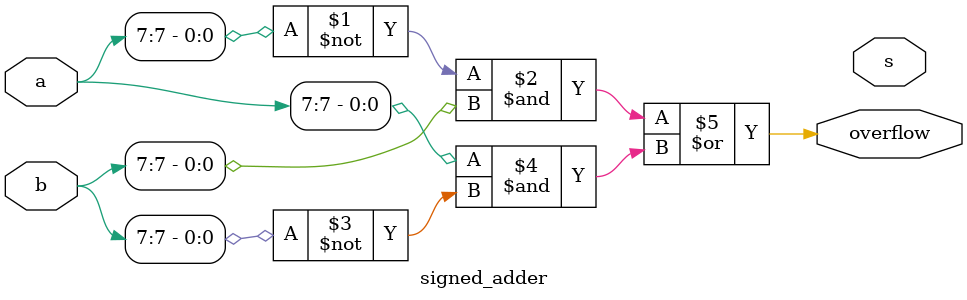
<source format=v>

module signed_adder(input [7:0] a,
    input [7:0] b,
    output [7:0] s,
    output overflow
); 

// The numbers a and b are added to the output s. 
// assign the occurence of the signed overflow of a and b to the output overflow.
// a signed overflow occurs if the most significant bits of a and b are low and the most significant bit of s is high
// a signed overflow may also occur if the most significant bits of a and b are high and the most significant bit of s is low



assign overflow = ((~a[7])&b[7]) | (a[7]&(~b[7]));

endmodule

</source>
